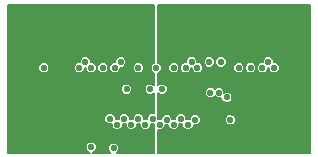
<source format=gbr>
G04 #@! TF.FileFunction,Copper,L3,Inr,Signal*
%FSLAX46Y46*%
G04 Gerber Fmt 4.6, Leading zero omitted, Abs format (unit mm)*
G04 Created by KiCad (PCBNEW 0.201502211246+5439~21~ubuntu14.04.1-product) date lör 21 feb 2015 23:28:31*
%MOMM*%
G01*
G04 APERTURE LIST*
%ADD10C,0.100000*%
%ADD11C,0.558800*%
%ADD12C,0.127000*%
G04 APERTURE END LIST*
D10*
D11*
X134000000Y-46100000D03*
X133700000Y-51400000D03*
X133100000Y-50900000D03*
X143300000Y-51000000D03*
X137900000Y-51000000D03*
X136100000Y-51400000D03*
X140300000Y-51000000D03*
X139700000Y-51400000D03*
X133400000Y-53400000D03*
X131500000Y-53300000D03*
X127500000Y-46600000D03*
X130500000Y-46600000D03*
X131000000Y-46100000D03*
X131500000Y-46600000D03*
X147000000Y-46600000D03*
X146500000Y-46100000D03*
X142500000Y-46100000D03*
X141500000Y-46100000D03*
X140000000Y-46100000D03*
X138500000Y-46600000D03*
X137000000Y-46600000D03*
X135500000Y-46600000D03*
X132200000Y-48400000D03*
X132800000Y-48800000D03*
X131600000Y-48800000D03*
X131900000Y-51000000D03*
X128000000Y-46100000D03*
X128500000Y-46600000D03*
X129000000Y-46100000D03*
X129500000Y-46600000D03*
X130000000Y-46100000D03*
X130000000Y-48300000D03*
X129500000Y-48800000D03*
X129000000Y-48300000D03*
X128500000Y-48700000D03*
X128000000Y-48200000D03*
X132500000Y-50500000D03*
X131600000Y-50200000D03*
X132500000Y-51400000D03*
X133500000Y-46600000D03*
X134900000Y-51400000D03*
X134500000Y-48400000D03*
X135500000Y-50900000D03*
X136500000Y-48400000D03*
X136700000Y-50900000D03*
X137500000Y-48400000D03*
X137300000Y-51400000D03*
X138500000Y-51400000D03*
X139500000Y-46600000D03*
X140500000Y-46600000D03*
X139100000Y-50900000D03*
X140200000Y-48700000D03*
X140900000Y-48700000D03*
X143000000Y-46600000D03*
X142000000Y-46600000D03*
X141600000Y-48700000D03*
X144000000Y-46600000D03*
X145000000Y-46600000D03*
X142300000Y-48700000D03*
X143000000Y-49100000D03*
X146000000Y-46600000D03*
X132500000Y-46600000D03*
X134300000Y-50900000D03*
D12*
G36*
X136836500Y-53759500D02*
X133704991Y-53759500D01*
X133798130Y-53666525D01*
X133869818Y-53493879D01*
X133869982Y-53306941D01*
X133798594Y-53134171D01*
X133666525Y-53001870D01*
X133493879Y-52930182D01*
X133306941Y-52930018D01*
X133134171Y-53001406D01*
X133001870Y-53133475D01*
X132930182Y-53306121D01*
X132930018Y-53493059D01*
X133001406Y-53665829D01*
X133094912Y-53759500D01*
X131618427Y-53759500D01*
X131765829Y-53698594D01*
X131898130Y-53566525D01*
X131969818Y-53393879D01*
X131969982Y-53206941D01*
X131969982Y-46506941D01*
X131898594Y-46334171D01*
X131766525Y-46201870D01*
X131593879Y-46130182D01*
X131469873Y-46130073D01*
X131469982Y-46006941D01*
X131398594Y-45834171D01*
X131266525Y-45701870D01*
X131093879Y-45630182D01*
X130906941Y-45630018D01*
X130734171Y-45701406D01*
X130601870Y-45833475D01*
X130530182Y-46006121D01*
X130530073Y-46130126D01*
X130406941Y-46130018D01*
X130234171Y-46201406D01*
X130101870Y-46333475D01*
X130030182Y-46506121D01*
X130030018Y-46693059D01*
X130101406Y-46865829D01*
X130233475Y-46998130D01*
X130406121Y-47069818D01*
X130593059Y-47069982D01*
X130765829Y-46998594D01*
X130898130Y-46866525D01*
X130969818Y-46693879D01*
X130969926Y-46569873D01*
X131030126Y-46569926D01*
X131030018Y-46693059D01*
X131101406Y-46865829D01*
X131233475Y-46998130D01*
X131406121Y-47069818D01*
X131593059Y-47069982D01*
X131765829Y-46998594D01*
X131898130Y-46866525D01*
X131969818Y-46693879D01*
X131969982Y-46506941D01*
X131969982Y-53206941D01*
X131898594Y-53034171D01*
X131766525Y-52901870D01*
X131593879Y-52830182D01*
X131406941Y-52830018D01*
X131234171Y-52901406D01*
X131101870Y-53033475D01*
X131030182Y-53206121D01*
X131030018Y-53393059D01*
X131101406Y-53565829D01*
X131233475Y-53698130D01*
X131381272Y-53759500D01*
X127969982Y-53759500D01*
X127969982Y-46506941D01*
X127898594Y-46334171D01*
X127766525Y-46201870D01*
X127593879Y-46130182D01*
X127406941Y-46130018D01*
X127234171Y-46201406D01*
X127101870Y-46333475D01*
X127030182Y-46506121D01*
X127030018Y-46693059D01*
X127101406Y-46865829D01*
X127233475Y-46998130D01*
X127406121Y-47069818D01*
X127593059Y-47069982D01*
X127765829Y-46998594D01*
X127898130Y-46866525D01*
X127969818Y-46693879D01*
X127969982Y-46506941D01*
X127969982Y-53759500D01*
X124490500Y-53759500D01*
X124490500Y-41240500D01*
X136836500Y-41240500D01*
X136836500Y-46159123D01*
X136734171Y-46201406D01*
X136601870Y-46333475D01*
X136530182Y-46506121D01*
X136530018Y-46693059D01*
X136601406Y-46865829D01*
X136733475Y-46998130D01*
X136836500Y-47040909D01*
X136836500Y-48071967D01*
X136766525Y-48001870D01*
X136593879Y-47930182D01*
X136406941Y-47930018D01*
X136234171Y-48001406D01*
X136101870Y-48133475D01*
X136030182Y-48306121D01*
X136030018Y-48493059D01*
X136101406Y-48665829D01*
X136233475Y-48798130D01*
X136406121Y-48869818D01*
X136593059Y-48869982D01*
X136765829Y-48798594D01*
X136836500Y-48728046D01*
X136836500Y-50447879D01*
X136793879Y-50430182D01*
X136606941Y-50430018D01*
X136434171Y-50501406D01*
X136301870Y-50633475D01*
X136230182Y-50806121D01*
X136230059Y-50945205D01*
X136193879Y-50930182D01*
X136006941Y-50930018D01*
X135969860Y-50945339D01*
X135969982Y-50806941D01*
X135969982Y-46506941D01*
X135898594Y-46334171D01*
X135766525Y-46201870D01*
X135593879Y-46130182D01*
X135406941Y-46130018D01*
X135234171Y-46201406D01*
X135101870Y-46333475D01*
X135030182Y-46506121D01*
X135030018Y-46693059D01*
X135101406Y-46865829D01*
X135233475Y-46998130D01*
X135406121Y-47069818D01*
X135593059Y-47069982D01*
X135765829Y-46998594D01*
X135898130Y-46866525D01*
X135969818Y-46693879D01*
X135969982Y-46506941D01*
X135969982Y-50806941D01*
X135898594Y-50634171D01*
X135766525Y-50501870D01*
X135593879Y-50430182D01*
X135406941Y-50430018D01*
X135234171Y-50501406D01*
X135101870Y-50633475D01*
X135030182Y-50806121D01*
X135030059Y-50945205D01*
X134993879Y-50930182D01*
X134969982Y-50930161D01*
X134969982Y-48306941D01*
X134898594Y-48134171D01*
X134766525Y-48001870D01*
X134593879Y-47930182D01*
X134469982Y-47930073D01*
X134469982Y-46006941D01*
X134398594Y-45834171D01*
X134266525Y-45701870D01*
X134093879Y-45630182D01*
X133906941Y-45630018D01*
X133734171Y-45701406D01*
X133601870Y-45833475D01*
X133530182Y-46006121D01*
X133530073Y-46130126D01*
X133406941Y-46130018D01*
X133234171Y-46201406D01*
X133101870Y-46333475D01*
X133030182Y-46506121D01*
X133030018Y-46693059D01*
X133101406Y-46865829D01*
X133233475Y-46998130D01*
X133406121Y-47069818D01*
X133593059Y-47069982D01*
X133765829Y-46998594D01*
X133898130Y-46866525D01*
X133969818Y-46693879D01*
X133969926Y-46569873D01*
X134093059Y-46569982D01*
X134265829Y-46498594D01*
X134398130Y-46366525D01*
X134469818Y-46193879D01*
X134469982Y-46006941D01*
X134469982Y-47930073D01*
X134406941Y-47930018D01*
X134234171Y-48001406D01*
X134101870Y-48133475D01*
X134030182Y-48306121D01*
X134030018Y-48493059D01*
X134101406Y-48665829D01*
X134233475Y-48798130D01*
X134406121Y-48869818D01*
X134593059Y-48869982D01*
X134765829Y-48798594D01*
X134898130Y-48666525D01*
X134969818Y-48493879D01*
X134969982Y-48306941D01*
X134969982Y-50930161D01*
X134806941Y-50930018D01*
X134769860Y-50945339D01*
X134769982Y-50806941D01*
X134698594Y-50634171D01*
X134566525Y-50501870D01*
X134393879Y-50430182D01*
X134206941Y-50430018D01*
X134034171Y-50501406D01*
X133901870Y-50633475D01*
X133830182Y-50806121D01*
X133830059Y-50945205D01*
X133793879Y-50930182D01*
X133606941Y-50930018D01*
X133569860Y-50945339D01*
X133569982Y-50806941D01*
X133498594Y-50634171D01*
X133366525Y-50501870D01*
X133193879Y-50430182D01*
X133006941Y-50430018D01*
X132969982Y-50445289D01*
X132969982Y-46506941D01*
X132898594Y-46334171D01*
X132766525Y-46201870D01*
X132593879Y-46130182D01*
X132406941Y-46130018D01*
X132234171Y-46201406D01*
X132101870Y-46333475D01*
X132030182Y-46506121D01*
X132030018Y-46693059D01*
X132101406Y-46865829D01*
X132233475Y-46998130D01*
X132406121Y-47069818D01*
X132593059Y-47069982D01*
X132765829Y-46998594D01*
X132898130Y-46866525D01*
X132969818Y-46693879D01*
X132969982Y-46506941D01*
X132969982Y-50445289D01*
X132834171Y-50501406D01*
X132701870Y-50633475D01*
X132630182Y-50806121D01*
X132630018Y-50993059D01*
X132701406Y-51165829D01*
X132833475Y-51298130D01*
X133006121Y-51369818D01*
X133193059Y-51369982D01*
X133230139Y-51354660D01*
X133230018Y-51493059D01*
X133301406Y-51665829D01*
X133433475Y-51798130D01*
X133606121Y-51869818D01*
X133793059Y-51869982D01*
X133965829Y-51798594D01*
X134098130Y-51666525D01*
X134169818Y-51493879D01*
X134169940Y-51354794D01*
X134206121Y-51369818D01*
X134393059Y-51369982D01*
X134430139Y-51354660D01*
X134430018Y-51493059D01*
X134501406Y-51665829D01*
X134633475Y-51798130D01*
X134806121Y-51869818D01*
X134993059Y-51869982D01*
X135165829Y-51798594D01*
X135298130Y-51666525D01*
X135369818Y-51493879D01*
X135369940Y-51354794D01*
X135406121Y-51369818D01*
X135593059Y-51369982D01*
X135630139Y-51354660D01*
X135630018Y-51493059D01*
X135701406Y-51665829D01*
X135833475Y-51798130D01*
X136006121Y-51869818D01*
X136193059Y-51869982D01*
X136365829Y-51798594D01*
X136498130Y-51666525D01*
X136569818Y-51493879D01*
X136569940Y-51354794D01*
X136606121Y-51369818D01*
X136793059Y-51369982D01*
X136830139Y-51354660D01*
X136830018Y-51493059D01*
X136836500Y-51508746D01*
X136836500Y-53759500D01*
X136836500Y-53759500D01*
G37*
X136836500Y-53759500D02*
X133704991Y-53759500D01*
X133798130Y-53666525D01*
X133869818Y-53493879D01*
X133869982Y-53306941D01*
X133798594Y-53134171D01*
X133666525Y-53001870D01*
X133493879Y-52930182D01*
X133306941Y-52930018D01*
X133134171Y-53001406D01*
X133001870Y-53133475D01*
X132930182Y-53306121D01*
X132930018Y-53493059D01*
X133001406Y-53665829D01*
X133094912Y-53759500D01*
X131618427Y-53759500D01*
X131765829Y-53698594D01*
X131898130Y-53566525D01*
X131969818Y-53393879D01*
X131969982Y-53206941D01*
X131969982Y-46506941D01*
X131898594Y-46334171D01*
X131766525Y-46201870D01*
X131593879Y-46130182D01*
X131469873Y-46130073D01*
X131469982Y-46006941D01*
X131398594Y-45834171D01*
X131266525Y-45701870D01*
X131093879Y-45630182D01*
X130906941Y-45630018D01*
X130734171Y-45701406D01*
X130601870Y-45833475D01*
X130530182Y-46006121D01*
X130530073Y-46130126D01*
X130406941Y-46130018D01*
X130234171Y-46201406D01*
X130101870Y-46333475D01*
X130030182Y-46506121D01*
X130030018Y-46693059D01*
X130101406Y-46865829D01*
X130233475Y-46998130D01*
X130406121Y-47069818D01*
X130593059Y-47069982D01*
X130765829Y-46998594D01*
X130898130Y-46866525D01*
X130969818Y-46693879D01*
X130969926Y-46569873D01*
X131030126Y-46569926D01*
X131030018Y-46693059D01*
X131101406Y-46865829D01*
X131233475Y-46998130D01*
X131406121Y-47069818D01*
X131593059Y-47069982D01*
X131765829Y-46998594D01*
X131898130Y-46866525D01*
X131969818Y-46693879D01*
X131969982Y-46506941D01*
X131969982Y-53206941D01*
X131898594Y-53034171D01*
X131766525Y-52901870D01*
X131593879Y-52830182D01*
X131406941Y-52830018D01*
X131234171Y-52901406D01*
X131101870Y-53033475D01*
X131030182Y-53206121D01*
X131030018Y-53393059D01*
X131101406Y-53565829D01*
X131233475Y-53698130D01*
X131381272Y-53759500D01*
X127969982Y-53759500D01*
X127969982Y-46506941D01*
X127898594Y-46334171D01*
X127766525Y-46201870D01*
X127593879Y-46130182D01*
X127406941Y-46130018D01*
X127234171Y-46201406D01*
X127101870Y-46333475D01*
X127030182Y-46506121D01*
X127030018Y-46693059D01*
X127101406Y-46865829D01*
X127233475Y-46998130D01*
X127406121Y-47069818D01*
X127593059Y-47069982D01*
X127765829Y-46998594D01*
X127898130Y-46866525D01*
X127969818Y-46693879D01*
X127969982Y-46506941D01*
X127969982Y-53759500D01*
X124490500Y-53759500D01*
X124490500Y-41240500D01*
X136836500Y-41240500D01*
X136836500Y-46159123D01*
X136734171Y-46201406D01*
X136601870Y-46333475D01*
X136530182Y-46506121D01*
X136530018Y-46693059D01*
X136601406Y-46865829D01*
X136733475Y-46998130D01*
X136836500Y-47040909D01*
X136836500Y-48071967D01*
X136766525Y-48001870D01*
X136593879Y-47930182D01*
X136406941Y-47930018D01*
X136234171Y-48001406D01*
X136101870Y-48133475D01*
X136030182Y-48306121D01*
X136030018Y-48493059D01*
X136101406Y-48665829D01*
X136233475Y-48798130D01*
X136406121Y-48869818D01*
X136593059Y-48869982D01*
X136765829Y-48798594D01*
X136836500Y-48728046D01*
X136836500Y-50447879D01*
X136793879Y-50430182D01*
X136606941Y-50430018D01*
X136434171Y-50501406D01*
X136301870Y-50633475D01*
X136230182Y-50806121D01*
X136230059Y-50945205D01*
X136193879Y-50930182D01*
X136006941Y-50930018D01*
X135969860Y-50945339D01*
X135969982Y-50806941D01*
X135969982Y-46506941D01*
X135898594Y-46334171D01*
X135766525Y-46201870D01*
X135593879Y-46130182D01*
X135406941Y-46130018D01*
X135234171Y-46201406D01*
X135101870Y-46333475D01*
X135030182Y-46506121D01*
X135030018Y-46693059D01*
X135101406Y-46865829D01*
X135233475Y-46998130D01*
X135406121Y-47069818D01*
X135593059Y-47069982D01*
X135765829Y-46998594D01*
X135898130Y-46866525D01*
X135969818Y-46693879D01*
X135969982Y-46506941D01*
X135969982Y-50806941D01*
X135898594Y-50634171D01*
X135766525Y-50501870D01*
X135593879Y-50430182D01*
X135406941Y-50430018D01*
X135234171Y-50501406D01*
X135101870Y-50633475D01*
X135030182Y-50806121D01*
X135030059Y-50945205D01*
X134993879Y-50930182D01*
X134969982Y-50930161D01*
X134969982Y-48306941D01*
X134898594Y-48134171D01*
X134766525Y-48001870D01*
X134593879Y-47930182D01*
X134469982Y-47930073D01*
X134469982Y-46006941D01*
X134398594Y-45834171D01*
X134266525Y-45701870D01*
X134093879Y-45630182D01*
X133906941Y-45630018D01*
X133734171Y-45701406D01*
X133601870Y-45833475D01*
X133530182Y-46006121D01*
X133530073Y-46130126D01*
X133406941Y-46130018D01*
X133234171Y-46201406D01*
X133101870Y-46333475D01*
X133030182Y-46506121D01*
X133030018Y-46693059D01*
X133101406Y-46865829D01*
X133233475Y-46998130D01*
X133406121Y-47069818D01*
X133593059Y-47069982D01*
X133765829Y-46998594D01*
X133898130Y-46866525D01*
X133969818Y-46693879D01*
X133969926Y-46569873D01*
X134093059Y-46569982D01*
X134265829Y-46498594D01*
X134398130Y-46366525D01*
X134469818Y-46193879D01*
X134469982Y-46006941D01*
X134469982Y-47930073D01*
X134406941Y-47930018D01*
X134234171Y-48001406D01*
X134101870Y-48133475D01*
X134030182Y-48306121D01*
X134030018Y-48493059D01*
X134101406Y-48665829D01*
X134233475Y-48798130D01*
X134406121Y-48869818D01*
X134593059Y-48869982D01*
X134765829Y-48798594D01*
X134898130Y-48666525D01*
X134969818Y-48493879D01*
X134969982Y-48306941D01*
X134969982Y-50930161D01*
X134806941Y-50930018D01*
X134769860Y-50945339D01*
X134769982Y-50806941D01*
X134698594Y-50634171D01*
X134566525Y-50501870D01*
X134393879Y-50430182D01*
X134206941Y-50430018D01*
X134034171Y-50501406D01*
X133901870Y-50633475D01*
X133830182Y-50806121D01*
X133830059Y-50945205D01*
X133793879Y-50930182D01*
X133606941Y-50930018D01*
X133569860Y-50945339D01*
X133569982Y-50806941D01*
X133498594Y-50634171D01*
X133366525Y-50501870D01*
X133193879Y-50430182D01*
X133006941Y-50430018D01*
X132969982Y-50445289D01*
X132969982Y-46506941D01*
X132898594Y-46334171D01*
X132766525Y-46201870D01*
X132593879Y-46130182D01*
X132406941Y-46130018D01*
X132234171Y-46201406D01*
X132101870Y-46333475D01*
X132030182Y-46506121D01*
X132030018Y-46693059D01*
X132101406Y-46865829D01*
X132233475Y-46998130D01*
X132406121Y-47069818D01*
X132593059Y-47069982D01*
X132765829Y-46998594D01*
X132898130Y-46866525D01*
X132969818Y-46693879D01*
X132969982Y-46506941D01*
X132969982Y-50445289D01*
X132834171Y-50501406D01*
X132701870Y-50633475D01*
X132630182Y-50806121D01*
X132630018Y-50993059D01*
X132701406Y-51165829D01*
X132833475Y-51298130D01*
X133006121Y-51369818D01*
X133193059Y-51369982D01*
X133230139Y-51354660D01*
X133230018Y-51493059D01*
X133301406Y-51665829D01*
X133433475Y-51798130D01*
X133606121Y-51869818D01*
X133793059Y-51869982D01*
X133965829Y-51798594D01*
X134098130Y-51666525D01*
X134169818Y-51493879D01*
X134169940Y-51354794D01*
X134206121Y-51369818D01*
X134393059Y-51369982D01*
X134430139Y-51354660D01*
X134430018Y-51493059D01*
X134501406Y-51665829D01*
X134633475Y-51798130D01*
X134806121Y-51869818D01*
X134993059Y-51869982D01*
X135165829Y-51798594D01*
X135298130Y-51666525D01*
X135369818Y-51493879D01*
X135369940Y-51354794D01*
X135406121Y-51369818D01*
X135593059Y-51369982D01*
X135630139Y-51354660D01*
X135630018Y-51493059D01*
X135701406Y-51665829D01*
X135833475Y-51798130D01*
X136006121Y-51869818D01*
X136193059Y-51869982D01*
X136365829Y-51798594D01*
X136498130Y-51666525D01*
X136569818Y-51493879D01*
X136569940Y-51354794D01*
X136606121Y-51369818D01*
X136793059Y-51369982D01*
X136830139Y-51354660D01*
X136830018Y-51493059D01*
X136836500Y-51508746D01*
X136836500Y-53759500D01*
G36*
X150009500Y-53759500D02*
X147469982Y-53759500D01*
X147469982Y-46506941D01*
X147398594Y-46334171D01*
X147266525Y-46201870D01*
X147093879Y-46130182D01*
X146969873Y-46130073D01*
X146969982Y-46006941D01*
X146898594Y-45834171D01*
X146766525Y-45701870D01*
X146593879Y-45630182D01*
X146406941Y-45630018D01*
X146234171Y-45701406D01*
X146101870Y-45833475D01*
X146030182Y-46006121D01*
X146030073Y-46130126D01*
X145906941Y-46130018D01*
X145734171Y-46201406D01*
X145601870Y-46333475D01*
X145530182Y-46506121D01*
X145530018Y-46693059D01*
X145601406Y-46865829D01*
X145733475Y-46998130D01*
X145906121Y-47069818D01*
X146093059Y-47069982D01*
X146265829Y-46998594D01*
X146398130Y-46866525D01*
X146469818Y-46693879D01*
X146469926Y-46569873D01*
X146530126Y-46569926D01*
X146530018Y-46693059D01*
X146601406Y-46865829D01*
X146733475Y-46998130D01*
X146906121Y-47069818D01*
X147093059Y-47069982D01*
X147265829Y-46998594D01*
X147398130Y-46866525D01*
X147469818Y-46693879D01*
X147469982Y-46506941D01*
X147469982Y-53759500D01*
X145469982Y-53759500D01*
X145469982Y-46506941D01*
X145398594Y-46334171D01*
X145266525Y-46201870D01*
X145093879Y-46130182D01*
X144906941Y-46130018D01*
X144734171Y-46201406D01*
X144601870Y-46333475D01*
X144530182Y-46506121D01*
X144530018Y-46693059D01*
X144601406Y-46865829D01*
X144733475Y-46998130D01*
X144906121Y-47069818D01*
X145093059Y-47069982D01*
X145265829Y-46998594D01*
X145398130Y-46866525D01*
X145469818Y-46693879D01*
X145469982Y-46506941D01*
X145469982Y-53759500D01*
X144469982Y-53759500D01*
X144469982Y-46506941D01*
X144398594Y-46334171D01*
X144266525Y-46201870D01*
X144093879Y-46130182D01*
X143906941Y-46130018D01*
X143734171Y-46201406D01*
X143601870Y-46333475D01*
X143530182Y-46506121D01*
X143530018Y-46693059D01*
X143601406Y-46865829D01*
X143733475Y-46998130D01*
X143906121Y-47069818D01*
X144093059Y-47069982D01*
X144265829Y-46998594D01*
X144398130Y-46866525D01*
X144469818Y-46693879D01*
X144469982Y-46506941D01*
X144469982Y-53759500D01*
X143769982Y-53759500D01*
X143769982Y-50906941D01*
X143698594Y-50734171D01*
X143566525Y-50601870D01*
X143469982Y-50561782D01*
X143469982Y-49006941D01*
X143398594Y-48834171D01*
X143266525Y-48701870D01*
X143093879Y-48630182D01*
X142969982Y-48630073D01*
X142969982Y-46006941D01*
X142898594Y-45834171D01*
X142766525Y-45701870D01*
X142593879Y-45630182D01*
X142406941Y-45630018D01*
X142234171Y-45701406D01*
X142101870Y-45833475D01*
X142030182Y-46006121D01*
X142030018Y-46193059D01*
X142101406Y-46365829D01*
X142233475Y-46498130D01*
X142406121Y-46569818D01*
X142593059Y-46569982D01*
X142765829Y-46498594D01*
X142898130Y-46366525D01*
X142969818Y-46193879D01*
X142969982Y-46006941D01*
X142969982Y-48630073D01*
X142906941Y-48630018D01*
X142769912Y-48686637D01*
X142769982Y-48606941D01*
X142698594Y-48434171D01*
X142566525Y-48301870D01*
X142393879Y-48230182D01*
X142206941Y-48230018D01*
X142034171Y-48301406D01*
X141969982Y-48365481D01*
X141969982Y-46006941D01*
X141898594Y-45834171D01*
X141766525Y-45701870D01*
X141593879Y-45630182D01*
X141406941Y-45630018D01*
X141234171Y-45701406D01*
X141101870Y-45833475D01*
X141030182Y-46006121D01*
X141030018Y-46193059D01*
X141101406Y-46365829D01*
X141233475Y-46498130D01*
X141406121Y-46569818D01*
X141593059Y-46569982D01*
X141765829Y-46498594D01*
X141898130Y-46366525D01*
X141969818Y-46193879D01*
X141969982Y-46006941D01*
X141969982Y-48365481D01*
X141949968Y-48385460D01*
X141866525Y-48301870D01*
X141693879Y-48230182D01*
X141506941Y-48230018D01*
X141334171Y-48301406D01*
X141201870Y-48433475D01*
X141130182Y-48606121D01*
X141130018Y-48793059D01*
X141201406Y-48965829D01*
X141333475Y-49098130D01*
X141506121Y-49169818D01*
X141693059Y-49169982D01*
X141865829Y-49098594D01*
X141950031Y-49014539D01*
X142033475Y-49098130D01*
X142206121Y-49169818D01*
X142393059Y-49169982D01*
X142530087Y-49113362D01*
X142530018Y-49193059D01*
X142601406Y-49365829D01*
X142733475Y-49498130D01*
X142906121Y-49569818D01*
X143093059Y-49569982D01*
X143265829Y-49498594D01*
X143398130Y-49366525D01*
X143469818Y-49193879D01*
X143469982Y-49006941D01*
X143469982Y-50561782D01*
X143393879Y-50530182D01*
X143206941Y-50530018D01*
X143034171Y-50601406D01*
X142901870Y-50733475D01*
X142830182Y-50906121D01*
X142830018Y-51093059D01*
X142901406Y-51265829D01*
X143033475Y-51398130D01*
X143206121Y-51469818D01*
X143393059Y-51469982D01*
X143565829Y-51398594D01*
X143698130Y-51266525D01*
X143769818Y-51093879D01*
X143769982Y-50906941D01*
X143769982Y-53759500D01*
X140969982Y-53759500D01*
X140969982Y-46506941D01*
X140898594Y-46334171D01*
X140766525Y-46201870D01*
X140593879Y-46130182D01*
X140469873Y-46130073D01*
X140469982Y-46006941D01*
X140398594Y-45834171D01*
X140266525Y-45701870D01*
X140093879Y-45630182D01*
X139906941Y-45630018D01*
X139734171Y-45701406D01*
X139601870Y-45833475D01*
X139530182Y-46006121D01*
X139530073Y-46130126D01*
X139406941Y-46130018D01*
X139234171Y-46201406D01*
X139101870Y-46333475D01*
X139030182Y-46506121D01*
X139030018Y-46693059D01*
X139101406Y-46865829D01*
X139233475Y-46998130D01*
X139406121Y-47069818D01*
X139593059Y-47069982D01*
X139765829Y-46998594D01*
X139898130Y-46866525D01*
X139969818Y-46693879D01*
X139969926Y-46569873D01*
X140030126Y-46569926D01*
X140030018Y-46693059D01*
X140101406Y-46865829D01*
X140233475Y-46998130D01*
X140406121Y-47069818D01*
X140593059Y-47069982D01*
X140765829Y-46998594D01*
X140898130Y-46866525D01*
X140969818Y-46693879D01*
X140969982Y-46506941D01*
X140969982Y-53759500D01*
X137163500Y-53759500D01*
X137163500Y-51852120D01*
X137206121Y-51869818D01*
X137393059Y-51869982D01*
X137565829Y-51798594D01*
X137698130Y-51666525D01*
X137769818Y-51493879D01*
X137769852Y-51454758D01*
X137806121Y-51469818D01*
X137993059Y-51469982D01*
X138030051Y-51454696D01*
X138030018Y-51493059D01*
X138101406Y-51665829D01*
X138233475Y-51798130D01*
X138406121Y-51869818D01*
X138593059Y-51869982D01*
X138765829Y-51798594D01*
X138898130Y-51666525D01*
X138969818Y-51493879D01*
X138969940Y-51354794D01*
X139006121Y-51369818D01*
X139193059Y-51369982D01*
X139230139Y-51354660D01*
X139230018Y-51493059D01*
X139301406Y-51665829D01*
X139433475Y-51798130D01*
X139606121Y-51869818D01*
X139793059Y-51869982D01*
X139965829Y-51798594D01*
X140098130Y-51666525D01*
X140169818Y-51493879D01*
X140169852Y-51454758D01*
X140206121Y-51469818D01*
X140393059Y-51469982D01*
X140565829Y-51398594D01*
X140698130Y-51266525D01*
X140769818Y-51093879D01*
X140769982Y-50906941D01*
X140698594Y-50734171D01*
X140566525Y-50601870D01*
X140393879Y-50530182D01*
X140206941Y-50530018D01*
X140034171Y-50601406D01*
X139901870Y-50733475D01*
X139830182Y-50906121D01*
X139830147Y-50945241D01*
X139793879Y-50930182D01*
X139606941Y-50930018D01*
X139569860Y-50945339D01*
X139569982Y-50806941D01*
X139498594Y-50634171D01*
X139366525Y-50501870D01*
X139193879Y-50430182D01*
X139006941Y-50430018D01*
X138969982Y-50445289D01*
X138969982Y-46506941D01*
X138898594Y-46334171D01*
X138766525Y-46201870D01*
X138593879Y-46130182D01*
X138406941Y-46130018D01*
X138234171Y-46201406D01*
X138101870Y-46333475D01*
X138030182Y-46506121D01*
X138030018Y-46693059D01*
X138101406Y-46865829D01*
X138233475Y-46998130D01*
X138406121Y-47069818D01*
X138593059Y-47069982D01*
X138765829Y-46998594D01*
X138898130Y-46866525D01*
X138969818Y-46693879D01*
X138969982Y-46506941D01*
X138969982Y-50445289D01*
X138834171Y-50501406D01*
X138701870Y-50633475D01*
X138630182Y-50806121D01*
X138630059Y-50945205D01*
X138593879Y-50930182D01*
X138406941Y-50930018D01*
X138369948Y-50945303D01*
X138369982Y-50906941D01*
X138298594Y-50734171D01*
X138166525Y-50601870D01*
X137993879Y-50530182D01*
X137806941Y-50530018D01*
X137634171Y-50601406D01*
X137501870Y-50733475D01*
X137430182Y-50906121D01*
X137430147Y-50945241D01*
X137393879Y-50930182D01*
X137206941Y-50930018D01*
X137169860Y-50945339D01*
X137169982Y-50806941D01*
X137163500Y-50791253D01*
X137163500Y-48728032D01*
X137233475Y-48798130D01*
X137406121Y-48869818D01*
X137593059Y-48869982D01*
X137765829Y-48798594D01*
X137898130Y-48666525D01*
X137969818Y-48493879D01*
X137969982Y-48306941D01*
X137898594Y-48134171D01*
X137766525Y-48001870D01*
X137593879Y-47930182D01*
X137406941Y-47930018D01*
X137234171Y-48001406D01*
X137163500Y-48071953D01*
X137163500Y-47040876D01*
X137265829Y-46998594D01*
X137398130Y-46866525D01*
X137469818Y-46693879D01*
X137469982Y-46506941D01*
X137398594Y-46334171D01*
X137266525Y-46201870D01*
X137163500Y-46159090D01*
X137163500Y-41240500D01*
X150009500Y-41240500D01*
X150009500Y-53759500D01*
X150009500Y-53759500D01*
G37*
X150009500Y-53759500D02*
X147469982Y-53759500D01*
X147469982Y-46506941D01*
X147398594Y-46334171D01*
X147266525Y-46201870D01*
X147093879Y-46130182D01*
X146969873Y-46130073D01*
X146969982Y-46006941D01*
X146898594Y-45834171D01*
X146766525Y-45701870D01*
X146593879Y-45630182D01*
X146406941Y-45630018D01*
X146234171Y-45701406D01*
X146101870Y-45833475D01*
X146030182Y-46006121D01*
X146030073Y-46130126D01*
X145906941Y-46130018D01*
X145734171Y-46201406D01*
X145601870Y-46333475D01*
X145530182Y-46506121D01*
X145530018Y-46693059D01*
X145601406Y-46865829D01*
X145733475Y-46998130D01*
X145906121Y-47069818D01*
X146093059Y-47069982D01*
X146265829Y-46998594D01*
X146398130Y-46866525D01*
X146469818Y-46693879D01*
X146469926Y-46569873D01*
X146530126Y-46569926D01*
X146530018Y-46693059D01*
X146601406Y-46865829D01*
X146733475Y-46998130D01*
X146906121Y-47069818D01*
X147093059Y-47069982D01*
X147265829Y-46998594D01*
X147398130Y-46866525D01*
X147469818Y-46693879D01*
X147469982Y-46506941D01*
X147469982Y-53759500D01*
X145469982Y-53759500D01*
X145469982Y-46506941D01*
X145398594Y-46334171D01*
X145266525Y-46201870D01*
X145093879Y-46130182D01*
X144906941Y-46130018D01*
X144734171Y-46201406D01*
X144601870Y-46333475D01*
X144530182Y-46506121D01*
X144530018Y-46693059D01*
X144601406Y-46865829D01*
X144733475Y-46998130D01*
X144906121Y-47069818D01*
X145093059Y-47069982D01*
X145265829Y-46998594D01*
X145398130Y-46866525D01*
X145469818Y-46693879D01*
X145469982Y-46506941D01*
X145469982Y-53759500D01*
X144469982Y-53759500D01*
X144469982Y-46506941D01*
X144398594Y-46334171D01*
X144266525Y-46201870D01*
X144093879Y-46130182D01*
X143906941Y-46130018D01*
X143734171Y-46201406D01*
X143601870Y-46333475D01*
X143530182Y-46506121D01*
X143530018Y-46693059D01*
X143601406Y-46865829D01*
X143733475Y-46998130D01*
X143906121Y-47069818D01*
X144093059Y-47069982D01*
X144265829Y-46998594D01*
X144398130Y-46866525D01*
X144469818Y-46693879D01*
X144469982Y-46506941D01*
X144469982Y-53759500D01*
X143769982Y-53759500D01*
X143769982Y-50906941D01*
X143698594Y-50734171D01*
X143566525Y-50601870D01*
X143469982Y-50561782D01*
X143469982Y-49006941D01*
X143398594Y-48834171D01*
X143266525Y-48701870D01*
X143093879Y-48630182D01*
X142969982Y-48630073D01*
X142969982Y-46006941D01*
X142898594Y-45834171D01*
X142766525Y-45701870D01*
X142593879Y-45630182D01*
X142406941Y-45630018D01*
X142234171Y-45701406D01*
X142101870Y-45833475D01*
X142030182Y-46006121D01*
X142030018Y-46193059D01*
X142101406Y-46365829D01*
X142233475Y-46498130D01*
X142406121Y-46569818D01*
X142593059Y-46569982D01*
X142765829Y-46498594D01*
X142898130Y-46366525D01*
X142969818Y-46193879D01*
X142969982Y-46006941D01*
X142969982Y-48630073D01*
X142906941Y-48630018D01*
X142769912Y-48686637D01*
X142769982Y-48606941D01*
X142698594Y-48434171D01*
X142566525Y-48301870D01*
X142393879Y-48230182D01*
X142206941Y-48230018D01*
X142034171Y-48301406D01*
X141969982Y-48365481D01*
X141969982Y-46006941D01*
X141898594Y-45834171D01*
X141766525Y-45701870D01*
X141593879Y-45630182D01*
X141406941Y-45630018D01*
X141234171Y-45701406D01*
X141101870Y-45833475D01*
X141030182Y-46006121D01*
X141030018Y-46193059D01*
X141101406Y-46365829D01*
X141233475Y-46498130D01*
X141406121Y-46569818D01*
X141593059Y-46569982D01*
X141765829Y-46498594D01*
X141898130Y-46366525D01*
X141969818Y-46193879D01*
X141969982Y-46006941D01*
X141969982Y-48365481D01*
X141949968Y-48385460D01*
X141866525Y-48301870D01*
X141693879Y-48230182D01*
X141506941Y-48230018D01*
X141334171Y-48301406D01*
X141201870Y-48433475D01*
X141130182Y-48606121D01*
X141130018Y-48793059D01*
X141201406Y-48965829D01*
X141333475Y-49098130D01*
X141506121Y-49169818D01*
X141693059Y-49169982D01*
X141865829Y-49098594D01*
X141950031Y-49014539D01*
X142033475Y-49098130D01*
X142206121Y-49169818D01*
X142393059Y-49169982D01*
X142530087Y-49113362D01*
X142530018Y-49193059D01*
X142601406Y-49365829D01*
X142733475Y-49498130D01*
X142906121Y-49569818D01*
X143093059Y-49569982D01*
X143265829Y-49498594D01*
X143398130Y-49366525D01*
X143469818Y-49193879D01*
X143469982Y-49006941D01*
X143469982Y-50561782D01*
X143393879Y-50530182D01*
X143206941Y-50530018D01*
X143034171Y-50601406D01*
X142901870Y-50733475D01*
X142830182Y-50906121D01*
X142830018Y-51093059D01*
X142901406Y-51265829D01*
X143033475Y-51398130D01*
X143206121Y-51469818D01*
X143393059Y-51469982D01*
X143565829Y-51398594D01*
X143698130Y-51266525D01*
X143769818Y-51093879D01*
X143769982Y-50906941D01*
X143769982Y-53759500D01*
X140969982Y-53759500D01*
X140969982Y-46506941D01*
X140898594Y-46334171D01*
X140766525Y-46201870D01*
X140593879Y-46130182D01*
X140469873Y-46130073D01*
X140469982Y-46006941D01*
X140398594Y-45834171D01*
X140266525Y-45701870D01*
X140093879Y-45630182D01*
X139906941Y-45630018D01*
X139734171Y-45701406D01*
X139601870Y-45833475D01*
X139530182Y-46006121D01*
X139530073Y-46130126D01*
X139406941Y-46130018D01*
X139234171Y-46201406D01*
X139101870Y-46333475D01*
X139030182Y-46506121D01*
X139030018Y-46693059D01*
X139101406Y-46865829D01*
X139233475Y-46998130D01*
X139406121Y-47069818D01*
X139593059Y-47069982D01*
X139765829Y-46998594D01*
X139898130Y-46866525D01*
X139969818Y-46693879D01*
X139969926Y-46569873D01*
X140030126Y-46569926D01*
X140030018Y-46693059D01*
X140101406Y-46865829D01*
X140233475Y-46998130D01*
X140406121Y-47069818D01*
X140593059Y-47069982D01*
X140765829Y-46998594D01*
X140898130Y-46866525D01*
X140969818Y-46693879D01*
X140969982Y-46506941D01*
X140969982Y-53759500D01*
X137163500Y-53759500D01*
X137163500Y-51852120D01*
X137206121Y-51869818D01*
X137393059Y-51869982D01*
X137565829Y-51798594D01*
X137698130Y-51666525D01*
X137769818Y-51493879D01*
X137769852Y-51454758D01*
X137806121Y-51469818D01*
X137993059Y-51469982D01*
X138030051Y-51454696D01*
X138030018Y-51493059D01*
X138101406Y-51665829D01*
X138233475Y-51798130D01*
X138406121Y-51869818D01*
X138593059Y-51869982D01*
X138765829Y-51798594D01*
X138898130Y-51666525D01*
X138969818Y-51493879D01*
X138969940Y-51354794D01*
X139006121Y-51369818D01*
X139193059Y-51369982D01*
X139230139Y-51354660D01*
X139230018Y-51493059D01*
X139301406Y-51665829D01*
X139433475Y-51798130D01*
X139606121Y-51869818D01*
X139793059Y-51869982D01*
X139965829Y-51798594D01*
X140098130Y-51666525D01*
X140169818Y-51493879D01*
X140169852Y-51454758D01*
X140206121Y-51469818D01*
X140393059Y-51469982D01*
X140565829Y-51398594D01*
X140698130Y-51266525D01*
X140769818Y-51093879D01*
X140769982Y-50906941D01*
X140698594Y-50734171D01*
X140566525Y-50601870D01*
X140393879Y-50530182D01*
X140206941Y-50530018D01*
X140034171Y-50601406D01*
X139901870Y-50733475D01*
X139830182Y-50906121D01*
X139830147Y-50945241D01*
X139793879Y-50930182D01*
X139606941Y-50930018D01*
X139569860Y-50945339D01*
X139569982Y-50806941D01*
X139498594Y-50634171D01*
X139366525Y-50501870D01*
X139193879Y-50430182D01*
X139006941Y-50430018D01*
X138969982Y-50445289D01*
X138969982Y-46506941D01*
X138898594Y-46334171D01*
X138766525Y-46201870D01*
X138593879Y-46130182D01*
X138406941Y-46130018D01*
X138234171Y-46201406D01*
X138101870Y-46333475D01*
X138030182Y-46506121D01*
X138030018Y-46693059D01*
X138101406Y-46865829D01*
X138233475Y-46998130D01*
X138406121Y-47069818D01*
X138593059Y-47069982D01*
X138765829Y-46998594D01*
X138898130Y-46866525D01*
X138969818Y-46693879D01*
X138969982Y-46506941D01*
X138969982Y-50445289D01*
X138834171Y-50501406D01*
X138701870Y-50633475D01*
X138630182Y-50806121D01*
X138630059Y-50945205D01*
X138593879Y-50930182D01*
X138406941Y-50930018D01*
X138369948Y-50945303D01*
X138369982Y-50906941D01*
X138298594Y-50734171D01*
X138166525Y-50601870D01*
X137993879Y-50530182D01*
X137806941Y-50530018D01*
X137634171Y-50601406D01*
X137501870Y-50733475D01*
X137430182Y-50906121D01*
X137430147Y-50945241D01*
X137393879Y-50930182D01*
X137206941Y-50930018D01*
X137169860Y-50945339D01*
X137169982Y-50806941D01*
X137163500Y-50791253D01*
X137163500Y-48728032D01*
X137233475Y-48798130D01*
X137406121Y-48869818D01*
X137593059Y-48869982D01*
X137765829Y-48798594D01*
X137898130Y-48666525D01*
X137969818Y-48493879D01*
X137969982Y-48306941D01*
X137898594Y-48134171D01*
X137766525Y-48001870D01*
X137593879Y-47930182D01*
X137406941Y-47930018D01*
X137234171Y-48001406D01*
X137163500Y-48071953D01*
X137163500Y-47040876D01*
X137265829Y-46998594D01*
X137398130Y-46866525D01*
X137469818Y-46693879D01*
X137469982Y-46506941D01*
X137398594Y-46334171D01*
X137266525Y-46201870D01*
X137163500Y-46159090D01*
X137163500Y-41240500D01*
X150009500Y-41240500D01*
X150009500Y-53759500D01*
M02*

</source>
